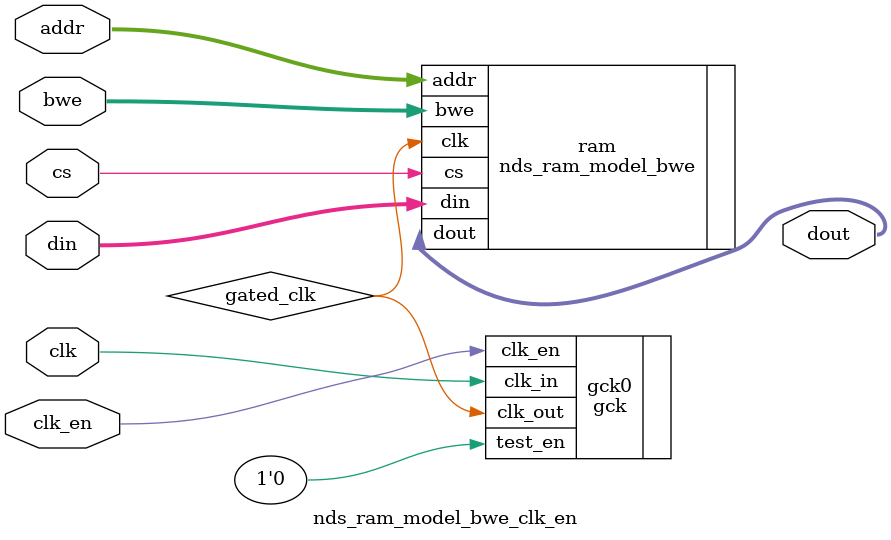
<source format=v>

module nds_ram_model_bwe_clk_en (
	clk_en,
	clk,
	cs,
	bwe,
	addr,
	din,
	dout
);
parameter ADDR_WIDTH		= 5;
parameter DATA_BYTE		= 4;
parameter OUT_DELAY		= 0;
parameter [0:0]	HOLD_DOUT	= 1'b1;
parameter ENABLE		= "yes";
parameter BIT_PER_BYTE		= 8;	// To support parity

// Derived parameters
localparam DATA_WIDTH		= DATA_BYTE * BIT_PER_BYTE;

input				clk_en;
input				clk;
input				cs;
input [(DATA_BYTE-1):0]		bwe;
input [(ADDR_WIDTH-1):0]	addr;
input [(DATA_WIDTH-1):0]	din;
output [(DATA_WIDTH-1):0]	dout;

wire				gated_clk;

gck gck0(
	.clk_out		(gated_clk		),
	.clk_en			(clk_en			),
	.clk_in			(clk			),
	.test_en		(1'b0			)
);

nds_ram_model_bwe #(
	.ADDR_WIDTH		(ADDR_WIDTH		),
	.DATA_BYTE		(DATA_BYTE		),
	.OUT_DELAY		(OUT_DELAY		),
	.HOLD_DOUT		(HOLD_DOUT		),
	.ENABLE			(ENABLE			),
	.BIT_PER_BYTE		(BIT_PER_BYTE		)
) ram (
	.clk			(gated_clk		),
	.cs			(cs			),
	.bwe			(bwe			),
	.addr			(addr			),
	.din			(din			),
	.dout			(dout			)
);

endmodule

</source>
